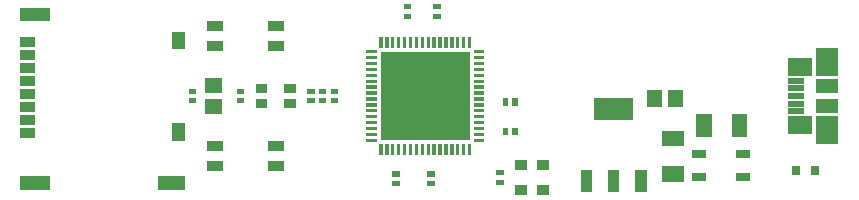
<source format=gbr>
G04 start of page 11 for group -4015 idx -4015 *
G04 Title: (unknown), toppaste *
G04 Creator: pcb 1.99z *
G04 CreationDate: Sun Aug  4 21:18:56 2019 UTC *
G04 For: matt *
G04 Format: Gerber/RS-274X *
G04 PCB-Dimensions (mm): 152.40 127.00 *
G04 PCB-Coordinate-Origin: lower left *
%MOMM*%
%FSLAX43Y43*%
%LNTOPPASTE*%
%ADD47C,0.002*%
G54D47*G36*
X35575Y67120D02*Y66320D01*
X36815D01*
Y67120D01*
X35575D01*
G37*
G36*
Y68220D02*Y67420D01*
X36815D01*
Y68220D01*
X35575D01*
G37*
G36*
Y69320D02*Y68520D01*
X36815D01*
Y69320D01*
X35575D01*
G37*
G36*
Y70420D02*Y69620D01*
X36815D01*
Y70420D01*
X35575D01*
G37*
G36*
Y71520D02*Y70720D01*
X36815D01*
Y71520D01*
X35575D01*
G37*
G36*
Y72620D02*Y71820D01*
X36815D01*
Y72620D01*
X35575D01*
G37*
G36*
Y73720D02*Y72920D01*
X36815D01*
Y73720D01*
X35575D01*
G37*
G36*
Y74820D02*Y74020D01*
X36815D01*
Y74820D01*
X35575D01*
G37*
G36*
X47225Y63050D02*Y61900D01*
X49525D01*
Y63050D01*
X47225D01*
G37*
G36*
X35575D02*Y61900D01*
X38075D01*
Y63050D01*
X35575D01*
G37*
G36*
X49525Y67530D02*X48385D01*
Y66040D01*
X49525D01*
Y67530D01*
G37*
G36*
Y75310D02*X48385D01*
Y73820D01*
X49525D01*
Y75310D01*
G37*
G36*
X35575Y77340D02*Y76190D01*
X38075D01*
Y77340D01*
X35575D01*
G37*
G36*
X75826Y62775D02*Y62326D01*
X76474D01*
Y62775D01*
X75826D01*
G37*
G36*
Y63574D02*Y63125D01*
X76474D01*
Y63574D01*
X75826D01*
G37*
G36*
X49826Y70474D02*Y70025D01*
X50474D01*
Y70474D01*
X49826D01*
G37*
G36*
Y69675D02*Y69226D01*
X50474D01*
Y69675D01*
X49826D01*
G37*
G36*
X76875Y69674D02*X76425D01*
Y69026D01*
X76875D01*
Y69674D01*
G37*
G36*
X77674D02*X77225D01*
Y69026D01*
X77674D01*
Y69674D01*
G37*
G36*
X70026Y63475D02*Y63025D01*
X70674D01*
Y63475D01*
X70026D01*
G37*
G36*
Y62675D02*Y62226D01*
X70674D01*
Y62675D01*
X70026D01*
G37*
G36*
X67026Y63474D02*Y63025D01*
X67674D01*
Y63474D01*
X67026D01*
G37*
G36*
Y62675D02*Y62225D01*
X67674D01*
Y62675D01*
X67026D01*
G37*
G36*
X68026Y76825D02*Y76376D01*
X68674D01*
Y76825D01*
X68026D01*
G37*
G36*
Y77625D02*Y77175D01*
X68674D01*
Y77625D01*
X68026D01*
G37*
G36*
X70526Y76825D02*Y76376D01*
X71174D01*
Y76825D01*
X70526D01*
G37*
G36*
Y77624D02*Y77175D01*
X71174D01*
Y77624D01*
X70526D01*
G37*
G36*
X57910Y70865D02*Y70135D01*
X58890D01*
Y70865D01*
X57910D01*
G37*
G36*
Y69565D02*Y68835D01*
X58890D01*
Y69565D01*
X57910D01*
G37*
G36*
X55510Y70865D02*Y70135D01*
X56490D01*
Y70865D01*
X55510D01*
G37*
G36*
Y69565D02*Y68835D01*
X56490D01*
Y69565D01*
X55510D01*
G37*
G36*
X53876Y70474D02*Y70025D01*
X54525D01*
Y70474D01*
X53876D01*
G37*
G36*
Y69675D02*Y69226D01*
X54525D01*
Y69675D01*
X53876D01*
G37*
G36*
X59826Y70474D02*Y70025D01*
X60474D01*
Y70474D01*
X59826D01*
G37*
G36*
Y69675D02*Y69226D01*
X60474D01*
Y69675D01*
X59826D01*
G37*
G36*
X60826D02*Y69226D01*
X61474D01*
Y69675D01*
X60826D01*
G37*
G36*
Y70474D02*Y70025D01*
X61474D01*
Y70474D01*
X60826D01*
G37*
G36*
X103153Y63899D02*X102468D01*
Y63134D01*
X103153D01*
Y63899D01*
G37*
G36*
X101603D02*X100918D01*
Y63134D01*
X101603D01*
Y63899D01*
G37*
G36*
X100529Y70095D02*Y69605D01*
X101909D01*
Y70095D01*
X100529D01*
G37*
G36*
Y69445D02*Y68955D01*
X101909D01*
Y69445D01*
X100529D01*
G37*
G36*
Y68795D02*Y68305D01*
X101909D01*
Y68795D01*
X100529D01*
G37*
G36*
Y70745D02*Y70255D01*
X101909D01*
Y70745D01*
X100529D01*
G37*
G36*
Y71395D02*Y70905D01*
X101909D01*
Y71395D01*
X100529D01*
G37*
G36*
Y68125D02*Y66650D01*
X102629D01*
Y68125D01*
X100529D01*
G37*
G36*
X104829D02*X102929D01*
Y65750D01*
X104829D01*
Y68125D01*
G37*
G36*
X102929Y69600D02*Y68425D01*
X104829D01*
Y69600D01*
X102929D01*
G37*
G36*
Y71275D02*Y70100D01*
X104829D01*
Y71275D01*
X102929D01*
G37*
G36*
X104829Y73950D02*X102929D01*
Y71575D01*
X104829D01*
Y73950D01*
G37*
G36*
X100529Y73050D02*Y71575D01*
X102629D01*
Y73050D01*
X100529D01*
G37*
G36*
X89850Y66900D02*Y65600D01*
X91750D01*
Y66900D01*
X89850D01*
G37*
G36*
Y63900D02*Y62600D01*
X91750D01*
Y63900D01*
X89850D01*
G37*
G36*
X76875Y67174D02*X76426D01*
Y66526D01*
X76875D01*
Y67174D01*
G37*
G36*
X77674D02*X77225D01*
Y66526D01*
X77674D01*
Y67174D01*
G37*
G36*
X61826Y70474D02*Y70025D01*
X62474D01*
Y70474D01*
X61826D01*
G37*
G36*
Y69675D02*Y69226D01*
X62474D01*
Y69675D01*
X61826D01*
G37*
G36*
X64850Y73740D02*Y73460D01*
X65750D01*
Y73740D01*
X64850D01*
G37*
G36*
Y73240D02*Y72960D01*
X65750D01*
Y73240D01*
X64850D01*
G37*
G36*
Y72740D02*Y72460D01*
X65750D01*
Y72740D01*
X64850D01*
G37*
G36*
Y72240D02*Y71960D01*
X65750D01*
Y72240D01*
X64850D01*
G37*
G36*
Y71740D02*Y71460D01*
X65750D01*
Y71740D01*
X64850D01*
G37*
G36*
Y71240D02*Y70960D01*
X65750D01*
Y71240D01*
X64850D01*
G37*
G36*
Y70740D02*Y70460D01*
X65750D01*
Y70740D01*
X64850D01*
G37*
G36*
Y70240D02*Y69960D01*
X65750D01*
Y70240D01*
X64850D01*
G37*
G36*
Y69740D02*Y69460D01*
X65750D01*
Y69740D01*
X64850D01*
G37*
G36*
Y69240D02*Y68960D01*
X65750D01*
Y69240D01*
X64850D01*
G37*
G36*
Y68740D02*Y68460D01*
X65750D01*
Y68740D01*
X64850D01*
G37*
G36*
Y68240D02*Y67960D01*
X65750D01*
Y68240D01*
X64850D01*
G37*
G36*
Y67740D02*Y67460D01*
X65750D01*
Y67740D01*
X64850D01*
G37*
G36*
Y67240D02*Y66960D01*
X65750D01*
Y67240D01*
X64850D01*
G37*
G36*
Y66740D02*Y66460D01*
X65750D01*
Y66740D01*
X64850D01*
G37*
G36*
Y66240D02*Y65960D01*
X65750D01*
Y66240D01*
X64850D01*
G37*
G36*
X66240Y65750D02*X65960D01*
Y64850D01*
X66240D01*
Y65750D01*
G37*
G36*
X66740D02*X66460D01*
Y64850D01*
X66740D01*
Y65750D01*
G37*
G36*
X67240D02*X66960D01*
Y64850D01*
X67240D01*
Y65750D01*
G37*
G36*
X67740D02*X67460D01*
Y64850D01*
X67740D01*
Y65750D01*
G37*
G36*
X68240D02*X67960D01*
Y64850D01*
X68240D01*
Y65750D01*
G37*
G36*
X68740D02*X68460D01*
Y64850D01*
X68740D01*
Y65750D01*
G37*
G36*
X69240D02*X68960D01*
Y64850D01*
X69240D01*
Y65750D01*
G37*
G36*
X69740D02*X69460D01*
Y64850D01*
X69740D01*
Y65750D01*
G37*
G36*
X70240D02*X69960D01*
Y64850D01*
X70240D01*
Y65750D01*
G37*
G36*
X70740D02*X70460D01*
Y64850D01*
X70740D01*
Y65750D01*
G37*
G36*
X71240D02*X70960D01*
Y64850D01*
X71240D01*
Y65750D01*
G37*
G36*
X71740D02*X71460D01*
Y64850D01*
X71740D01*
Y65750D01*
G37*
G36*
X72240D02*X71960D01*
Y64850D01*
X72240D01*
Y65750D01*
G37*
G36*
X72740D02*X72460D01*
Y64850D01*
X72740D01*
Y65750D01*
G37*
G36*
X73240D02*X72960D01*
Y64850D01*
X73240D01*
Y65750D01*
G37*
G36*
X73740D02*X73460D01*
Y64850D01*
X73740D01*
Y65750D01*
G37*
G36*
X73950Y66240D02*Y65960D01*
X74850D01*
Y66240D01*
X73950D01*
G37*
G36*
Y66740D02*Y66460D01*
X74850D01*
Y66740D01*
X73950D01*
G37*
G36*
Y67240D02*Y66960D01*
X74850D01*
Y67240D01*
X73950D01*
G37*
G36*
Y67740D02*Y67460D01*
X74850D01*
Y67740D01*
X73950D01*
G37*
G36*
Y68240D02*Y67960D01*
X74850D01*
Y68240D01*
X73950D01*
G37*
G36*
Y68740D02*Y68460D01*
X74850D01*
Y68740D01*
X73950D01*
G37*
G36*
Y69240D02*Y68960D01*
X74850D01*
Y69240D01*
X73950D01*
G37*
G36*
Y69740D02*Y69460D01*
X74850D01*
Y69740D01*
X73950D01*
G37*
G36*
Y70240D02*Y69960D01*
X74850D01*
Y70240D01*
X73950D01*
G37*
G36*
Y70740D02*Y70460D01*
X74850D01*
Y70740D01*
X73950D01*
G37*
G36*
Y71240D02*Y70960D01*
X74850D01*
Y71240D01*
X73950D01*
G37*
G36*
Y71740D02*Y71460D01*
X74850D01*
Y71740D01*
X73950D01*
G37*
G36*
Y72240D02*Y71960D01*
X74850D01*
Y72240D01*
X73950D01*
G37*
G36*
Y72740D02*Y72460D01*
X74850D01*
Y72740D01*
X73950D01*
G37*
G36*
Y73240D02*Y72960D01*
X74850D01*
Y73240D01*
X73950D01*
G37*
G36*
Y73740D02*Y73460D01*
X74850D01*
Y73740D01*
X73950D01*
G37*
G36*
X73740Y74850D02*X73460D01*
Y73950D01*
X73740D01*
Y74850D01*
G37*
G36*
X73240D02*X72960D01*
Y73950D01*
X73240D01*
Y74850D01*
G37*
G36*
X72740D02*X72460D01*
Y73950D01*
X72740D01*
Y74850D01*
G37*
G36*
X72240D02*X71960D01*
Y73950D01*
X72240D01*
Y74850D01*
G37*
G36*
X71740D02*X71460D01*
Y73950D01*
X71740D01*
Y74850D01*
G37*
G36*
X71240D02*X70960D01*
Y73950D01*
X71240D01*
Y74850D01*
G37*
G36*
X70740D02*X70460D01*
Y73950D01*
X70740D01*
Y74850D01*
G37*
G36*
X70240D02*X69960D01*
Y73950D01*
X70240D01*
Y74850D01*
G37*
G36*
X69740D02*X69460D01*
Y73950D01*
X69740D01*
Y74850D01*
G37*
G36*
X69240D02*X68960D01*
Y73950D01*
X69240D01*
Y74850D01*
G37*
G36*
X68740D02*X68460D01*
Y73950D01*
X68740D01*
Y74850D01*
G37*
G36*
X68240D02*X67960D01*
Y73950D01*
X68240D01*
Y74850D01*
G37*
G36*
X67740D02*X67460D01*
Y73950D01*
X67740D01*
Y74850D01*
G37*
G36*
X67240D02*X66960D01*
Y73950D01*
X67240D01*
Y74850D01*
G37*
G36*
X66740D02*X66460D01*
Y73950D01*
X66740D01*
Y74850D01*
G37*
G36*
X66240D02*X65960D01*
Y73950D01*
X66240D01*
Y74850D01*
G37*
G36*
X66100Y73600D02*Y66100D01*
X73600D01*
Y73600D01*
X66100D01*
G37*
G36*
X56510Y66070D02*Y65170D01*
X57860D01*
Y66070D01*
X56510D01*
G37*
G36*
Y64370D02*Y63470D01*
X57860D01*
Y64370D01*
X56510D01*
G37*
G36*
X51360Y66070D02*Y65170D01*
X52710D01*
Y66070D01*
X51360D01*
G37*
G36*
Y64370D02*Y63470D01*
X52710D01*
Y64370D01*
X51360D01*
G37*
G36*
X56510Y76230D02*Y75330D01*
X57860D01*
Y76230D01*
X56510D01*
G37*
G36*
Y74530D02*Y73630D01*
X57860D01*
Y74530D01*
X56510D01*
G37*
G36*
X51360Y76230D02*Y75330D01*
X52710D01*
Y76230D01*
X51360D01*
G37*
G36*
Y74530D02*Y73630D01*
X52710D01*
Y74530D01*
X51360D01*
G37*
G36*
X94100Y68300D02*X92800D01*
Y66400D01*
X94100D01*
Y68300D01*
G37*
G36*
X97100D02*X95800D01*
Y66400D01*
X97100D01*
Y68300D01*
G37*
G36*
X92450Y63350D02*Y62650D01*
X93650D01*
Y63350D01*
X92450D01*
G37*
G36*
X96150D02*Y62650D01*
X97350D01*
Y63350D01*
X96150D01*
G37*
G36*
X92450Y65300D02*Y64600D01*
X93650D01*
Y65300D01*
X92450D01*
G37*
G36*
X96150D02*Y64600D01*
X97350D01*
Y65300D01*
X96150D01*
G37*
G36*
X84170Y69700D02*Y67800D01*
X87430D01*
Y69700D01*
X84170D01*
G37*
G36*
X83980Y63600D02*X83020D01*
Y61700D01*
X83980D01*
Y63600D01*
G37*
G36*
X86280D02*X85320D01*
Y61700D01*
X86280D01*
Y63600D01*
G37*
G36*
X88580D02*X87620D01*
Y61700D01*
X88580D01*
Y63600D01*
G37*
G36*
X77450Y62350D02*Y61450D01*
X78450D01*
Y62350D01*
X77450D01*
G37*
G36*
Y64450D02*Y63550D01*
X78450D01*
Y64450D01*
X77450D01*
G37*
G36*
X79350Y62350D02*Y61450D01*
X80350D01*
Y62350D01*
X79350D01*
G37*
G36*
Y64450D02*Y63550D01*
X80350D01*
Y64450D01*
X79350D01*
G37*
G36*
X51226Y71374D02*Y70125D01*
X52674D01*
Y71374D01*
X51226D01*
G37*
G36*
Y69575D02*Y68326D01*
X52674D01*
Y69575D01*
X51226D01*
G37*
G36*
X91675Y70374D02*X90425D01*
Y68926D01*
X91675D01*
Y70374D01*
G37*
G36*
X89875D02*X88626D01*
Y68926D01*
X89875D01*
Y70374D01*
G37*
M02*

</source>
